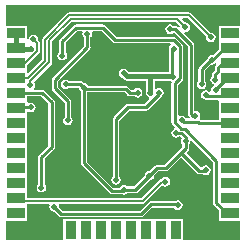
<source format=gtl>
G04*
G04 #@! TF.GenerationSoftware,Altium Limited,Altium Designer,18.0.11 (651)*
G04*
G04 Layer_Physical_Order=1*
G04 Layer_Color=255*
%FSAX44Y44*%
%MOMM*%
G71*
G01*
G75*
%ADD14R,1.5000X0.9000*%
%ADD15R,1.5000X0.9500*%
%ADD16R,0.9500X1.5000*%
%ADD17C,0.2540*%
%ADD18C,0.4000*%
%ADD19C,0.2000*%
%ADD20C,0.5000*%
G36*
X01017982Y00901414D02*
X01017909Y00900881D01*
X01016566Y00900429D01*
X01016247Y00900747D01*
X01015331Y00901359D01*
X01014250Y00901574D01*
X01014250Y00901574D01*
X01012674D01*
X01012634Y00901634D01*
X01011311Y00902518D01*
X01009750Y00902828D01*
X01008189Y00902518D01*
X01006866Y00901634D01*
X01005982Y00900311D01*
X01005672Y00898750D01*
X01005982Y00897189D01*
X01006866Y00895866D01*
X01008189Y00894982D01*
X01009750Y00894672D01*
X01011311Y00894982D01*
X01012634Y00895866D01*
X01013739Y00895267D01*
X01024676Y00884330D01*
Y00827250D01*
X01024676Y00827250D01*
X01024891Y00826169D01*
X01025503Y00825253D01*
X01026391Y00824365D01*
X01025865Y00823095D01*
X01023245D01*
X01022384Y00824384D01*
X01021061Y00825268D01*
X01019500Y00825578D01*
X01017939Y00825268D01*
X01017844Y00825204D01*
X01016574Y00825883D01*
Y00851627D01*
X01019939Y00854992D01*
X01020551Y00855908D01*
X01020766Y00856989D01*
X01020766Y00856989D01*
Y00884433D01*
X01020551Y00885514D01*
X01019939Y00886430D01*
X01019939Y00886430D01*
X01014872Y00891497D01*
X01013955Y00892109D01*
X01012875Y00892324D01*
X01012874Y00892324D01*
X00964670D01*
X00954977Y00902017D01*
X00954061Y00902629D01*
X00952980Y00902844D01*
X00952980Y00902844D01*
X00930020D01*
X00930020Y00902844D01*
X00928939Y00902629D01*
X00928023Y00902017D01*
X00928023Y00902017D01*
X00916503Y00890497D01*
X00915891Y00889581D01*
X00915676Y00888500D01*
X00915676Y00888500D01*
Y00879174D01*
X00915616Y00879134D01*
X00914732Y00877811D01*
X00914422Y00876250D01*
X00914732Y00874689D01*
X00915616Y00873366D01*
X00916939Y00872482D01*
X00918500Y00872172D01*
X00920061Y00872482D01*
X00921384Y00873366D01*
X00922268Y00874689D01*
X00922578Y00876250D01*
X00922268Y00877811D01*
X00921384Y00879134D01*
X00921324Y00879174D01*
Y00887330D01*
X00931190Y00897196D01*
X00934912D01*
X00935656Y00895926D01*
X00935422Y00894750D01*
X00935732Y00893189D01*
X00936616Y00891866D01*
X00936676Y00891826D01*
Y00884420D01*
X00910253Y00857997D01*
X00909641Y00857081D01*
X00909426Y00856000D01*
X00909426Y00856000D01*
Y00848500D01*
X00909426Y00848500D01*
X00909641Y00847419D01*
X00910253Y00846503D01*
X00920426Y00836330D01*
Y00824424D01*
X00920366Y00824384D01*
X00919482Y00823061D01*
X00919172Y00821500D01*
X00919482Y00819939D01*
X00920366Y00818616D01*
X00921689Y00817732D01*
X00923250Y00817422D01*
X00924811Y00817732D01*
X00926134Y00818616D01*
X00927018Y00819939D01*
X00927328Y00821500D01*
X00927018Y00823061D01*
X00926134Y00824384D01*
X00926074Y00824424D01*
Y00837500D01*
X00925859Y00838581D01*
X00925247Y00839497D01*
X00925247Y00839497D01*
X00915074Y00849670D01*
Y00854830D01*
X00941747Y00881503D01*
X00941747Y00881503D01*
X00942359Y00882419D01*
X00942574Y00883500D01*
X00942359Y00884581D01*
X00942324Y00884633D01*
Y00891826D01*
X00942384Y00891866D01*
X00943268Y00893189D01*
X00943578Y00894750D01*
X00943344Y00895926D01*
X00944088Y00897196D01*
X00951810D01*
X00961503Y00887503D01*
X00962419Y00886891D01*
X00963500Y00886676D01*
X01009809D01*
X01010195Y00885406D01*
X01009788Y00885134D01*
X01008904Y00883811D01*
X01008593Y00882250D01*
X01008904Y00880689D01*
X01008926Y00880656D01*
Y00862319D01*
X00974478D01*
X00974338Y00862459D01*
X00974268Y00862811D01*
X00973384Y00864134D01*
X00972061Y00865018D01*
X00970500Y00865328D01*
X00968939Y00865018D01*
X00967616Y00864134D01*
X00966732Y00862811D01*
X00966422Y00861250D01*
X00966732Y00859689D01*
X00967616Y00858366D01*
X00968939Y00857482D01*
X00969291Y00857412D01*
X00970477Y00856227D01*
X00971634Y00855453D01*
X00973000Y00855181D01*
X00989147D01*
X00989480Y00854848D01*
Y00846900D01*
X00989280Y00846602D01*
X00988970Y00845041D01*
X00989280Y00843481D01*
X00990165Y00842157D01*
X00991488Y00841273D01*
X00991901Y00841191D01*
X00992319Y00839813D01*
X00987830Y00835324D01*
X00974000D01*
X00972919Y00835109D01*
X00972003Y00834497D01*
X00972003Y00834497D01*
X00962003Y00824497D01*
X00961391Y00823581D01*
X00961176Y00822500D01*
X00961176Y00822500D01*
Y00774174D01*
X00961116Y00774134D01*
X00960232Y00772811D01*
X00959922Y00771250D01*
X00960232Y00769689D01*
X00961116Y00768366D01*
X00962439Y00767482D01*
X00964000Y00767172D01*
X00965561Y00767482D01*
X00966884Y00768366D01*
X00967768Y00769689D01*
X00968078Y00771250D01*
X00967768Y00772811D01*
X00966884Y00774134D01*
X00966824Y00774174D01*
Y00821330D01*
X00975170Y00829676D01*
X00989000D01*
X00989000Y00829676D01*
X00990081Y00829891D01*
X00990997Y00830503D01*
X01001745Y00841251D01*
X01001860Y00841273D01*
X01003183Y00842157D01*
X01004067Y00843481D01*
X01004377Y00845041D01*
X01004067Y00846602D01*
X01003183Y00847925D01*
X01001860Y00848809D01*
X01000299Y00849120D01*
X00998738Y00848809D01*
X00997887Y00848241D01*
X00996617Y00848843D01*
Y00855181D01*
X01009767D01*
X01010439Y00854732D01*
X01011030Y00853320D01*
X01010926Y00852797D01*
X01010926Y00852797D01*
Y00819750D01*
X01010926Y00819750D01*
X01011141Y00818669D01*
X01011753Y00817753D01*
X01013737Y00815769D01*
X01013368Y00814554D01*
X01013189Y00814518D01*
X01011866Y00813634D01*
X01010982Y00812311D01*
X01010672Y00810750D01*
X01010982Y00809189D01*
X01011866Y00807866D01*
X01013189Y00806982D01*
X01014750Y00806672D01*
X01016311Y00806982D01*
X01017634Y00807866D01*
X01018739Y00807267D01*
X01019618Y00806388D01*
X01019232Y00805811D01*
X01018922Y00804250D01*
X01019232Y00802689D01*
X01020116Y00801366D01*
X01020176Y00801326D01*
Y00798920D01*
X01017253Y00795997D01*
X01005116Y00783860D01*
X00998642D01*
X00998642Y00783860D01*
X00997561Y00783645D01*
X00996645Y00783033D01*
X00992211Y00778599D01*
X00990738Y00778306D01*
X00989415Y00777422D01*
X00988531Y00776098D01*
X00988220Y00774538D01*
X00988234Y00774467D01*
X00982723Y00768957D01*
X00982466Y00768785D01*
X00982466Y00768785D01*
X00982466Y00768784D01*
X00979214Y00765533D01*
X00973721D01*
X00973681Y00765593D01*
X00972358Y00766477D01*
X00970797Y00766787D01*
X00969237Y00766477D01*
X00967914Y00765593D01*
X00967233Y00764574D01*
X00961670D01*
X00939620Y00786624D01*
Y00845130D01*
X00971215D01*
X00973592Y00842753D01*
X00973592Y00842753D01*
X00974508Y00842141D01*
X00975589Y00841926D01*
X00975589Y00841926D01*
X00979326D01*
X00979366Y00841866D01*
X00980689Y00840982D01*
X00982250Y00840672D01*
X00983811Y00840982D01*
X00985134Y00841866D01*
X00986018Y00843189D01*
X00986328Y00844750D01*
X00986018Y00846311D01*
X00985134Y00847634D01*
X00983811Y00848518D01*
X00982250Y00848828D01*
X00980689Y00848518D01*
X00979366Y00847634D01*
X00979326Y00847574D01*
X00976759D01*
X00974382Y00849951D01*
X00973465Y00850564D01*
X00972384Y00850779D01*
X00972384Y00850779D01*
X00940446D01*
X00939680Y00851925D01*
X00938356Y00852809D01*
X00936796Y00853120D01*
X00936725Y00853106D01*
X00935747Y00854084D01*
X00934831Y00854696D01*
X00933750Y00854911D01*
X00933521Y00854866D01*
X00924219D01*
X00924179Y00854925D01*
X00922856Y00855809D01*
X00921295Y00856120D01*
X00919734Y00855809D01*
X00918411Y00854925D01*
X00917527Y00853602D01*
X00917217Y00852042D01*
X00917527Y00850481D01*
X00918411Y00849158D01*
X00919734Y00848274D01*
X00921295Y00847963D01*
X00922856Y00848274D01*
X00924179Y00849158D01*
X00924219Y00849217D01*
X00931486D01*
X00932717Y00849041D01*
X00933028Y00847481D01*
X00933912Y00846158D01*
X00933971Y00846118D01*
Y00785454D01*
X00933971Y00785454D01*
X00934186Y00784373D01*
X00934799Y00783457D01*
X00958503Y00759753D01*
X00958503Y00759753D01*
X00959419Y00759141D01*
X00960500Y00758926D01*
X00960500Y00758926D01*
X00969314D01*
X00970797Y00758631D01*
X00972358Y00758941D01*
X00973681Y00759825D01*
X00973721Y00759885D01*
X00980384D01*
X00980384Y00759885D01*
X00981465Y00760100D01*
X00982381Y00760712D01*
X00986245Y00764575D01*
X00986502Y00764747D01*
X00986502Y00764747D01*
X00986502Y00764748D01*
X00992228Y00770473D01*
X00992298Y00770459D01*
X00993859Y00770770D01*
X00995182Y00771654D01*
X00996066Y00772977D01*
X00996377Y00774538D01*
X00996337Y00774736D01*
X00999812Y00778211D01*
X01006285D01*
X01006285Y00778211D01*
X01007366Y00778426D01*
X01008283Y00779038D01*
X01019250Y00790006D01*
X01032445Y00776811D01*
X01032445Y00776811D01*
X01033362Y00776198D01*
X01034442Y00775984D01*
X01037689D01*
X01038439Y00775482D01*
X01040000Y00775172D01*
X01041561Y00775482D01*
X01042884Y00776366D01*
X01043768Y00777689D01*
X01044078Y00779250D01*
X01043768Y00780811D01*
X01042884Y00782134D01*
X01041561Y00783018D01*
X01040000Y00783328D01*
X01038439Y00783018D01*
X01037116Y00782134D01*
X01036843Y00781726D01*
X01035589Y00781655D01*
X01023244Y00794000D01*
X01024997Y00795753D01*
X01024997Y00795753D01*
X01025609Y00796669D01*
X01025824Y00797750D01*
X01025824Y00797750D01*
Y00801326D01*
X01025884Y00801366D01*
X01026768Y00802689D01*
X01026976Y00803734D01*
X01028279Y00804227D01*
X01046176Y00786330D01*
Y00751477D01*
X01046176Y00751477D01*
X01046391Y00750396D01*
X01047003Y00749480D01*
X01051196Y00745287D01*
Y00736650D01*
X01068832D01*
Y00720090D01*
X01020646D01*
Y00737900D01*
X01008146D01*
Y00737900D01*
X01007946D01*
Y00737900D01*
X00995446D01*
Y00737900D01*
X00995246D01*
Y00737900D01*
X00982746D01*
Y00737900D01*
X00982546D01*
Y00737900D01*
X00970046D01*
Y00737900D01*
X00969846D01*
Y00737900D01*
X00957346D01*
Y00737900D01*
X00957146D01*
Y00737900D01*
X00944646D01*
Y00737900D01*
X00944446D01*
Y00737900D01*
X00931946D01*
Y00737900D01*
X00931746D01*
Y00737900D01*
X00919246D01*
Y00720090D01*
X00870712D01*
Y00736650D01*
X00888696D01*
Y00749150D01*
X00888696D01*
Y00749350D01*
X00888696D01*
Y00750951D01*
X00907147D01*
X00907634Y00750040D01*
X00907706Y00749681D01*
X00907422Y00748250D01*
X00907732Y00746689D01*
X00908616Y00745366D01*
X00909939Y00744482D01*
X00911500Y00744172D01*
X00911570Y00744186D01*
X00915503Y00740253D01*
X00915503Y00740253D01*
X00916419Y00739641D01*
X00917500Y00739426D01*
X00917500Y00739426D01*
X00985250D01*
X00985250Y00739426D01*
X00986331Y00739641D01*
X00987247Y00740253D01*
X00994670Y00747676D01*
X01012825D01*
X01013366Y00746866D01*
X01014689Y00745982D01*
X01016250Y00745672D01*
X01017811Y00745982D01*
X01019134Y00746866D01*
X01020018Y00748189D01*
X01020328Y00749750D01*
X01020018Y00751311D01*
X01019134Y00752634D01*
X01017811Y00753518D01*
X01016250Y00753828D01*
X01014689Y00753518D01*
X01014399Y00753324D01*
X00993500D01*
X00993500Y00753324D01*
X00992419Y00753109D01*
X00991503Y00752497D01*
X00991503Y00752497D01*
X00984080Y00745074D01*
X00918670D01*
X00915564Y00748180D01*
X00915578Y00748250D01*
X00915294Y00749681D01*
X00915366Y00750040D01*
X00915853Y00750951D01*
X00968440D01*
X00968623Y00750988D01*
X00972471D01*
X00972655Y00750951D01*
X00986500D01*
X00987475Y00751145D01*
X00988302Y00751698D01*
X01003021Y00766416D01*
X01003988Y00765770D01*
X01005549Y00765459D01*
X01007110Y00765770D01*
X01008433Y00766654D01*
X01009317Y00767977D01*
X01009627Y00769538D01*
X01009317Y00771098D01*
X01008433Y00772421D01*
X01007110Y00773306D01*
X01005549Y00773616D01*
X01003988Y00773306D01*
X01002665Y00772421D01*
X01002427Y00772065D01*
X01001562Y00771892D01*
X01000735Y00771340D01*
X00985444Y00756049D01*
X00972802D01*
X00972618Y00756086D01*
X00968476D01*
X00968293Y00756049D01*
X00888696D01*
Y00761850D01*
X00888696D01*
Y00762050D01*
X00888696D01*
Y00774550D01*
X00888696D01*
Y00774750D01*
X00888696D01*
Y00787250D01*
X00888696D01*
Y00787450D01*
X00888696D01*
Y00799950D01*
X00888696D01*
Y00800150D01*
X00888696D01*
Y00812650D01*
X00888696D01*
Y00812850D01*
X00888696D01*
Y00825350D01*
X00888696D01*
Y00825550D01*
X00888696D01*
Y00828203D01*
X00889966Y00828881D01*
X00890189Y00828732D01*
X00891750Y00828422D01*
X00893311Y00828732D01*
X00894634Y00829616D01*
X00895518Y00830939D01*
X00895828Y00832500D01*
X00895518Y00834061D01*
X00894634Y00835384D01*
X00893311Y00836268D01*
X00891750Y00836578D01*
X00890189Y00836268D01*
X00889966Y00836119D01*
X00888696Y00836798D01*
Y00838050D01*
X00888696D01*
Y00838250D01*
X00888696D01*
Y00841696D01*
X00900310D01*
X00906551Y00835455D01*
Y00800045D01*
X00898753Y00792247D01*
X00898141Y00791331D01*
X00897926Y00790250D01*
X00897926Y00790250D01*
Y00767424D01*
X00897866Y00767384D01*
X00896982Y00766061D01*
X00896672Y00764500D01*
X00896982Y00762939D01*
X00897866Y00761616D01*
X00899189Y00760732D01*
X00900750Y00760422D01*
X00902311Y00760732D01*
X00903634Y00761616D01*
X00904518Y00762939D01*
X00904828Y00764500D01*
X00904518Y00766061D01*
X00903634Y00767384D01*
X00903574Y00767424D01*
Y00789080D01*
X00911372Y00796878D01*
X00911372Y00796878D01*
X00911984Y00797794D01*
X00912199Y00798875D01*
Y00836625D01*
X00911984Y00837706D01*
X00911372Y00838622D01*
X00911372Y00838622D01*
X00903477Y00846517D01*
X00902561Y00847129D01*
X00901480Y00847344D01*
X00901480Y00847344D01*
X00895112D01*
X00894842Y00847723D01*
X00894550Y00848614D01*
X00895268Y00849689D01*
X00895578Y00851250D01*
X00895268Y00852811D01*
X00894526Y00853921D01*
X00909302Y00868698D01*
X00909855Y00869525D01*
X00910049Y00870500D01*
Y00888380D01*
X00926620Y00904951D01*
X01014444D01*
X01017982Y00901414D01*
D02*
G37*
G36*
X01068832Y00918718D02*
Y00901300D01*
X01051196D01*
Y00889300D01*
X01051196D01*
Y00888600D01*
X01051196D01*
Y00881940D01*
X01046031Y00876775D01*
X01045551Y00876871D01*
X01043990Y00876561D01*
X01042667Y00875676D01*
X01041783Y00874353D01*
X01041690Y00873887D01*
X01034503Y00866700D01*
X01033891Y00865784D01*
X01033676Y00864703D01*
X01033676Y00864703D01*
Y00854924D01*
X01033616Y00854884D01*
X01032732Y00853561D01*
X01032422Y00852000D01*
X01032732Y00850439D01*
X01033616Y00849116D01*
X01034939Y00848232D01*
X01036500Y00847922D01*
X01038061Y00848232D01*
X01039384Y00849116D01*
X01040268Y00850439D01*
X01040578Y00852000D01*
X01040268Y00853561D01*
X01039384Y00854884D01*
X01039324Y00854924D01*
Y00863533D01*
X01044679Y00868888D01*
X01045551Y00868714D01*
X01047112Y00869025D01*
X01048235Y00869775D01*
X01049045Y00868789D01*
X01048523Y00868267D01*
X01047911Y00867351D01*
X01047696Y00866270D01*
X01047696Y00866270D01*
Y00864228D01*
X01045734Y00862266D01*
X01045122Y00861350D01*
X01044906Y00860269D01*
X01044926Y00860173D01*
Y00858924D01*
X01044866Y00858884D01*
X01043982Y00857561D01*
X01043672Y00856000D01*
X01043982Y00854439D01*
X01044866Y00853116D01*
X01046189Y00852232D01*
X01046714Y00852128D01*
X01046943Y00851579D01*
X01046982Y00850953D01*
X01046954Y00850785D01*
X01045667Y00849925D01*
X01044783Y00848602D01*
X01044473Y00847041D01*
X01044499Y00846908D01*
X01043468Y00845607D01*
X01043077Y00845595D01*
X01042884Y00845884D01*
X01041561Y00846768D01*
X01040000Y00847078D01*
X01038439Y00846768D01*
X01037116Y00845884D01*
X01036232Y00844561D01*
X01035922Y00843000D01*
X01036232Y00841439D01*
X01037116Y00840116D01*
X01038439Y00839232D01*
X01040000Y00838922D01*
X01040678Y00839056D01*
X01041229Y00838947D01*
X01050298D01*
X01051196Y00838050D01*
Y00825550D01*
X01051196D01*
Y00825350D01*
X01051196D01*
Y00821924D01*
X01035573D01*
X01035230Y00822267D01*
X01035210Y00822281D01*
X01034816Y00823976D01*
X01034818Y00823980D01*
X01035129Y00825540D01*
X01034818Y00827101D01*
X01033934Y00828424D01*
X01032611Y00829308D01*
X01031050Y00829619D01*
X01030324Y00830214D01*
Y00885500D01*
X01030324Y00885500D01*
X01030109Y00886581D01*
X01029497Y00887497D01*
X01029497Y00887497D01*
X01021760Y00895234D01*
X01022386Y00896404D01*
X01022550Y00896372D01*
X01024111Y00896682D01*
X01025434Y00897566D01*
X01026318Y00898889D01*
X01026628Y00900450D01*
X01026318Y00902011D01*
X01025434Y00903334D01*
X01024111Y00904218D01*
X01022550Y00904528D01*
X01022155Y00904450D01*
X01019927Y00906678D01*
X01020413Y00907851D01*
X01024544D01*
X01040285Y00892110D01*
X01040223Y00891794D01*
X01040533Y00890233D01*
X01041417Y00888910D01*
X01042740Y00888026D01*
X01044301Y00887715D01*
X01045862Y00888026D01*
X01047185Y00888910D01*
X01048069Y00890233D01*
X01048379Y00891794D01*
X01048069Y00893354D01*
X01047185Y00894677D01*
X01045862Y00895561D01*
X01044301Y00895872D01*
X01043827Y00895778D01*
X01027402Y00912202D01*
X01026575Y00912755D01*
X01025600Y00912949D01*
X00924363D01*
X00923387Y00912755D01*
X00922560Y00912202D01*
X00901948Y00891590D01*
X00901395Y00890763D01*
X00901201Y00889787D01*
Y00872556D01*
X00889869Y00861224D01*
X00888696Y00861710D01*
Y00863450D01*
X00888696D01*
Y00863650D01*
X00888696D01*
Y00868270D01*
X00898802Y00878377D01*
X00899355Y00879204D01*
X00899549Y00880179D01*
Y00887000D01*
X00899355Y00887975D01*
X00898802Y00888802D01*
X00898000Y00889605D01*
X00898078Y00890000D01*
X00897768Y00891561D01*
X00896884Y00892884D01*
X00895561Y00893768D01*
X00894000Y00894078D01*
X00892439Y00893768D01*
X00891116Y00892884D01*
X00890232Y00891561D01*
X00889966Y00890223D01*
X00888696Y00890348D01*
Y00901300D01*
X00870712D01*
Y00918972D01*
X01068578D01*
X01068832Y00918718D01*
D02*
G37*
D14*
X00879696Y00908000D02*
D03*
Y00895300D02*
D03*
Y00882600D02*
D03*
X01060196D02*
D03*
Y00895300D02*
D03*
Y00908000D02*
D03*
D15*
X00879696Y00869900D02*
D03*
Y00857200D02*
D03*
Y00844500D02*
D03*
Y00831800D02*
D03*
Y00819100D02*
D03*
Y00806400D02*
D03*
Y00793700D02*
D03*
Y00781000D02*
D03*
Y00768300D02*
D03*
Y00755600D02*
D03*
Y00742900D02*
D03*
X01060196D02*
D03*
Y00755600D02*
D03*
Y00768300D02*
D03*
Y00781000D02*
D03*
Y00793700D02*
D03*
Y00806400D02*
D03*
Y00819100D02*
D03*
Y00831800D02*
D03*
Y00844500D02*
D03*
Y00857200D02*
D03*
Y00869900D02*
D03*
D16*
X00912796Y00728900D02*
D03*
X00925496D02*
D03*
X00938196D02*
D03*
X00950896D02*
D03*
X00963596D02*
D03*
X00976296D02*
D03*
X00988996D02*
D03*
X01001696D02*
D03*
X01014396D02*
D03*
X01027096D02*
D03*
D17*
X01027500Y00827250D02*
Y00885500D01*
X01014250Y00898750D02*
X01027500Y00885500D01*
X01009750Y00898750D02*
X01014250D01*
X01017942Y00856989D02*
Y00884433D01*
X00963500Y00889500D02*
X01012875D01*
X01017942Y00884433D01*
X00952980Y00900020D02*
X00963500Y00889500D01*
X01013750Y00852797D02*
X01017942Y00856989D01*
X01049000Y00751477D02*
Y00787500D01*
X01022310Y00814190D02*
X01049000Y00787500D01*
X01019310Y00814190D02*
X01022310D01*
X00989000Y00832500D02*
X01000299Y00843799D01*
X00974000Y00832500D02*
X00989000D01*
X00975589Y00844750D02*
X00982250D01*
X01013750Y00819750D02*
Y00852797D01*
Y00819750D02*
X01019310Y00814190D01*
X01034404Y00819100D02*
X01060196D01*
X01033233Y00820270D02*
X01034404Y00819100D01*
X01020730Y00820270D02*
X01033233D01*
X01019500Y00821500D02*
X01020730Y00820270D01*
X00936796Y00847954D02*
X00972384D01*
X01014750Y00810750D02*
X01019250D01*
X01023000Y00807000D01*
X01019250Y00794000D02*
X01023000Y00797750D01*
Y00804250D01*
Y00807000D01*
X00969838Y00761750D02*
X00970797Y00762709D01*
X00960500Y00761750D02*
X00969838D01*
X00936796Y00785454D02*
X00960500Y00761750D01*
X00936796Y00785454D02*
Y00847954D01*
X00970797Y00762709D02*
X00980384D01*
X00984463Y00766787D01*
X01054467Y00841771D02*
X01058696Y00846000D01*
X01045551Y00872301D02*
X01055850Y00882600D01*
X00930020Y00900020D02*
X00952980D01*
X00918500Y00888500D02*
X00930020Y00900020D01*
X00985250Y00742250D02*
X00993500Y00750500D01*
X00917500Y00742250D02*
X00985250D01*
X00911500Y00748250D02*
X00917500Y00742250D01*
X00918500Y00876250D02*
Y00888500D01*
X01027500Y00827250D02*
X01029210Y00825540D01*
X01031050D01*
X01011750Y00858750D02*
Y00881328D01*
X01012672Y00882250D01*
X00964000Y00771250D02*
Y00822500D01*
X00974000Y00832500D01*
X00939500Y00883750D02*
Y00894750D01*
Y00883750D02*
X00939750Y00883500D01*
X00912250Y00856000D02*
X00939750Y00883500D01*
X01049000Y00751477D02*
X01057577Y00742900D01*
X00900750Y00790250D02*
X00909375Y00798875D01*
X00900750Y00764500D02*
Y00790250D01*
X01015500Y00750500D02*
X01016250Y00749750D01*
X00993500Y00750500D02*
X01015500D01*
X00901480Y00844520D02*
X00909375Y00836625D01*
Y00798875D02*
Y00836625D01*
X00879716Y00844520D02*
X00901480D01*
X00984505Y00766745D02*
X00992298Y00774538D01*
X00984463Y00766787D02*
X00984505Y00766745D01*
X01057577Y00742900D02*
X01060196D01*
X01057096Y00868500D02*
X01059346Y00870750D01*
X01047731Y00860269D02*
X01050520Y00863058D01*
Y00866270D01*
X01052750Y00868500D01*
X01036500Y00852000D02*
Y00864703D01*
X01044590Y00872793D01*
X01045551D01*
X01047750Y00856000D02*
Y00860250D01*
X01047731Y00860269D02*
X01047750Y00860250D01*
X01045551Y00872301D02*
Y00872793D01*
X01052750Y00868500D02*
X01057096D01*
X01048551Y00847041D02*
Y00848174D01*
X01058437Y00858059D02*
X01059746Y00856750D01*
X01048551Y00848174D02*
X01058437Y00858059D01*
X01041229Y00841771D02*
X01054467D01*
X01040000Y00843000D02*
X01041229Y00841771D01*
X00912250Y00848500D02*
Y00856000D01*
Y00848500D02*
X00923250Y00837500D01*
Y00821500D02*
Y00837500D01*
X00921295Y00852042D02*
X00933750D01*
Y00852087D01*
X00936796Y00849041D01*
Y00847954D02*
Y00849041D01*
X00879696Y00831800D02*
X00880396Y00832500D01*
X00891750D01*
X00879696Y00844500D02*
X00879716Y00844520D01*
X00972384Y00847954D02*
X00975589Y00844750D01*
X01000299Y00843799D02*
Y00845041D01*
X00992298Y00774692D02*
X00998642Y00781036D01*
X00992298Y00774538D02*
Y00774692D01*
X00998642Y00781036D02*
X01006285D01*
X01019250Y00794000D01*
X01034442Y00778808D01*
X01039558D01*
X01040000Y00779250D01*
X01059746Y00856750D02*
X01060196Y00857200D01*
X01058696Y00846000D02*
X01060196Y00844500D01*
X01055850Y00882600D02*
X01060196D01*
D18*
X00993048Y00845041D02*
Y00856327D01*
X00991500Y00857875D02*
X00993048Y00856327D01*
X00992375Y00858750D02*
X01011750D01*
X00973000D02*
X00992375D01*
X00991500Y00857875D02*
X00992375Y00858750D01*
X00879696Y00882600D02*
X00880046Y00882250D01*
X00892000D01*
X00970500Y00861250D02*
X00973000Y00858750D01*
X00879696Y00882600D02*
Y00895300D01*
D19*
X01002538Y00769538D02*
X01005549D01*
X00986500Y00753500D02*
X01002538Y00769538D01*
X00972655Y00753500D02*
X00986500D01*
X00907500Y00870500D02*
Y00889436D01*
X00891500Y00854500D02*
X00907500Y00870500D01*
X00891500Y00851250D02*
Y00854500D01*
X00894000Y00890000D02*
X00897000Y00887000D01*
Y00880179D02*
Y00887000D01*
X00886721Y00869900D02*
X00897000Y00880179D01*
X00903750Y00889787D02*
X00924363Y00910400D01*
X00903750Y00871500D02*
Y00889787D01*
X00889450Y00857200D02*
X00903750Y00871500D01*
X00907500Y00889436D02*
X00925564Y00907500D01*
X01015500D02*
X01022550Y00900450D01*
X01025600Y00910400D02*
X01044206Y00891794D01*
X01044301D01*
X00924363Y00910400D02*
X01025600D01*
X00925564Y00907500D02*
X01015500D01*
X00879696Y00869900D02*
X00886721D01*
X00879696Y00857200D02*
X00889450D01*
X00972618Y00753537D02*
X00972655Y00753500D01*
X00968476Y00753537D02*
X00972618D01*
X00968440Y00753500D02*
X00968476Y00753537D01*
X00881796Y00753500D02*
X00968440D01*
X00879696Y00755600D02*
X00881796Y00753500D01*
D20*
X01009750Y00898750D02*
D03*
X00993048Y00845041D02*
D03*
X00982250Y00844750D02*
D03*
X01014750Y00810750D02*
D03*
X01023000Y00804250D02*
D03*
X01019500Y00821500D02*
D03*
X00970797Y00762709D02*
D03*
X01004000Y00883500D02*
D03*
X01044750Y00906250D02*
D03*
X00893750Y00908500D02*
D03*
X00983000Y00876750D02*
D03*
X01031050Y00825540D02*
D03*
X01012672Y00882250D02*
D03*
X00939500Y00894750D02*
D03*
X01022550Y00900450D02*
D03*
X01044301Y00891794D02*
D03*
X00900750Y00764500D02*
D03*
X00911500Y00748250D02*
D03*
X01005549Y00769538D02*
D03*
X00918500Y00876250D02*
D03*
X01045250Y00866000D02*
D03*
X01045551Y00872793D02*
D03*
X01047750Y00856000D02*
D03*
X01048551Y00847041D02*
D03*
X01036500Y00852000D02*
D03*
X01040000Y00843000D02*
D03*
X00892000Y00882250D02*
D03*
X00894000Y00890000D02*
D03*
X01012000Y00858500D02*
D03*
X00921295Y00852042D02*
D03*
X00891750Y00832500D02*
D03*
X00923250Y00821500D02*
D03*
X00983000Y00825000D02*
D03*
Y00792000D02*
D03*
X00994000D02*
D03*
X00983000Y00803000D02*
D03*
X00994000D02*
D03*
X00983000Y00814000D02*
D03*
X00994000D02*
D03*
Y00825000D02*
D03*
X01000299Y00845041D02*
D03*
X00970547Y00748537D02*
D03*
X00992298Y00774538D02*
D03*
X01040000Y00779250D02*
D03*
X01016250Y00749750D02*
D03*
X01013500Y00757750D02*
D03*
X00964000Y00771250D02*
D03*
X00936796Y00849041D02*
D03*
X00891500Y00851250D02*
D03*
X01007750Y00837500D02*
D03*
X00970500Y00861250D02*
D03*
M02*

</source>
